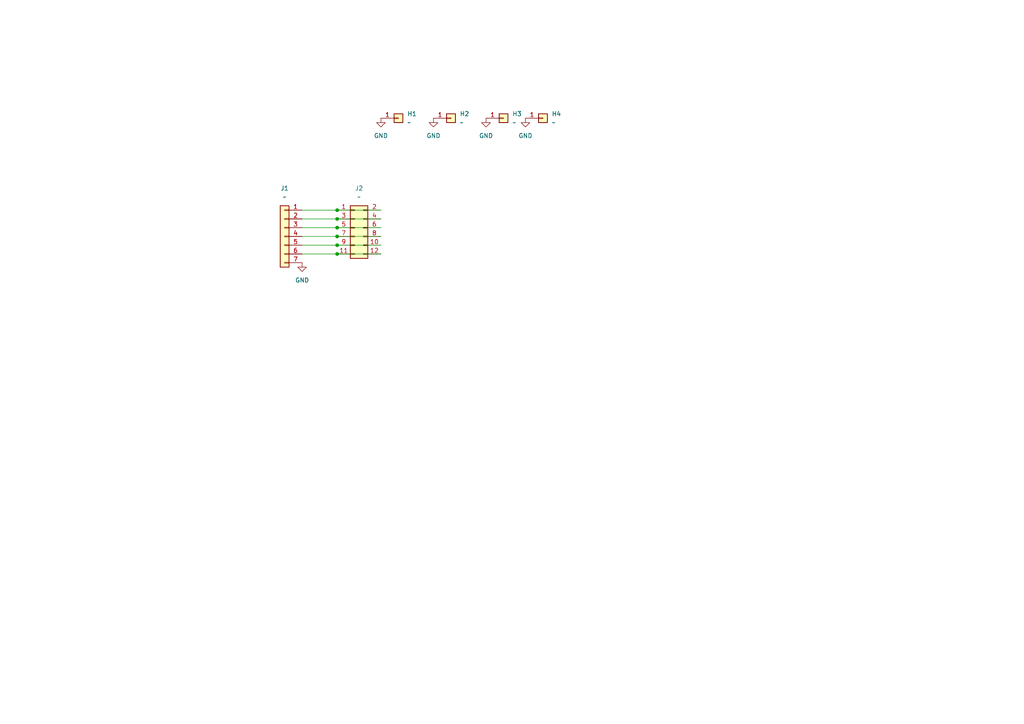
<source format=kicad_sch>
(kicad_sch (version 20211123) (generator eeschema)
  (paper "A4")
  (lib_symbols
    (symbol "Connector_Generic:Conn_01x01" (pin_names (offset 1.016) hide)
      (property "Reference" "J" (at 0 2.54 0))
      (property "Value" "Conn_01x01" (at 0 -2.54 0))
      (symbol "Conn_01x01_1_1"
        (rectangle (start -1.27 0.127) (end 0 -0.127) (stroke (width 0.1524)))
        (rectangle (start -1.27 1.27) (end 1.27 -1.27) (stroke (width 0.254)) (fill (type background)))
        (pin passive line (at -5.08 0 0) (length 3.81) (name "Pin_1") (number "1"))
      )
    )
    (symbol "Connector_Generic:Conn_01x07" (pin_names (offset 1.016) hide)
      (property "Reference" "J" (at 0 10.16 0))
      (property "Value" "Conn_01x07" (at 0 -10.16 0))
      (symbol "Conn_01x07_1_1"
        (rectangle (start -1.27 -7.493) (end 0 -7.747) (stroke (width 0.1524)))
        (rectangle (start -1.27 -4.953) (end 0 -5.207) (stroke (width 0.1524)))
        (rectangle (start -1.27 -2.413) (end 0 -2.667) (stroke (width 0.1524)))
        (rectangle (start -1.27 0.127) (end 0 -0.127) (stroke (width 0.1524)))
        (rectangle (start -1.27 2.667) (end 0 2.413) (stroke (width 0.1524)))
        (rectangle (start -1.27 5.207) (end 0 4.953) (stroke (width 0.1524)))
        (rectangle (start -1.27 7.747) (end 0 7.493) (stroke (width 0.1524)))
        (rectangle (start -1.27 8.89) (end 1.27 -8.89) (stroke (width 0.254)) (fill (type background)))
        (pin passive line (at -5.08 7.62 0) (length 3.81) (name "Pin_1") (number "1"))
        (pin passive line (at -5.08 5.08 0) (length 3.81) (name "Pin_2") (number "2"))
        (pin passive line (at -5.08 2.54 0) (length 3.81) (name "Pin_3") (number "3"))
        (pin passive line (at -5.08 0 0) (length 3.81) (name "Pin_4") (number "4"))
        (pin passive line (at -5.08 -2.54 0) (length 3.81) (name "Pin_5") (number "5"))
        (pin passive line (at -5.08 -5.08 0) (length 3.81) (name "Pin_6") (number "6"))
        (pin passive line (at -5.08 -7.62 0) (length 3.81) (name "Pin_7") (number "7"))
      )
    )
    (symbol "Connector_Generic:Conn_02x06_Odd_Even" (pin_names (offset 1.016) hide)
      (property "Reference" "J" (at 1.27 7.62 0))
      (property "Value" "Conn_02x06_Odd_Even" (at 1.27 -10.16 0))
      (symbol "Conn_02x06_Odd_Even_1_1"
        (rectangle (start -1.27 -7.493) (end 0 -7.747) (stroke (width 0.1524)))
        (rectangle (start -1.27 -4.953) (end 0 -5.207) (stroke (width 0.1524)))
        (rectangle (start -1.27 -2.413) (end 0 -2.667) (stroke (width 0.1524)))
        (rectangle (start -1.27 0.127) (end 0 -0.127) (stroke (width 0.1524)))
        (rectangle (start -1.27 2.667) (end 0 2.413) (stroke (width 0.1524)))
        (rectangle (start -1.27 5.207) (end 0 4.953) (stroke (width 0.1524)))
        (rectangle (start -1.27 6.35) (end 3.81 -8.89) (stroke (width 0.254)) (fill (type background)))
        (rectangle (start 3.81 -7.493) (end 2.54 -7.747) (stroke (width 0.1524)))
        (rectangle (start 3.81 -4.953) (end 2.54 -5.207) (stroke (width 0.1524)))
        (rectangle (start 3.81 -2.413) (end 2.54 -2.667) (stroke (width 0.1524)))
        (rectangle (start 3.81 0.127) (end 2.54 -0.127) (stroke (width 0.1524)))
        (rectangle (start 3.81 2.667) (end 2.54 2.413) (stroke (width 0.1524)))
        (rectangle (start 3.81 5.207) (end 2.54 4.953) (stroke (width 0.1524)))
        (pin passive line (at -5.08 5.08 0) (length 3.81) (name "Pin_1") (number "1"))
        (pin passive line (at 7.62 -5.08 180) (length 3.81) (name "Pin_10") (number "10"))
        (pin passive line (at -5.08 -7.62 0) (length 3.81) (name "Pin_11") (number "11"))
        (pin passive line (at 7.62 -7.62 180) (length 3.81) (name "Pin_12") (number "12"))
        (pin passive line (at 7.62 5.08 180) (length 3.81) (name "Pin_2") (number "2"))
        (pin passive line (at -5.08 2.54 0) (length 3.81) (name "Pin_3") (number "3"))
        (pin passive line (at 7.62 2.54 180) (length 3.81) (name "Pin_4") (number "4"))
        (pin passive line (at -5.08 0 0) (length 3.81) (name "Pin_5") (number "5"))
        (pin passive line (at 7.62 0 180) (length 3.81) (name "Pin_6") (number "6"))
        (pin passive line (at -5.08 -2.54 0) (length 3.81) (name "Pin_7") (number "7"))
        (pin passive line (at 7.62 -2.54 180) (length 3.81) (name "Pin_8") (number "8"))
        (pin passive line (at -5.08 -5.08 0) (length 3.81) (name "Pin_9") (number "9"))
      )
    )
    (symbol "power:GND" (power) (pin_names (offset 0))
      (property "Value" "GND" (at 0 -3.81 0))
      (symbol "GND_0_1"
        (polyline (pts (xy 0 0) (xy 0 -1.27) (xy 1.27 -1.27) (xy 0 -2.54) (xy -1.27 -1.27) (xy 0 -1.27)))
      )
      (symbol "GND_1_1"
        (pin power_in line (at 0 0 270) (length 0) hide (name "GND") (number "1"))
      )
    )
  )
  (junction (at 97.79 66.04))
  (junction (at 97.79 68.58))
  (junction (at 97.79 73.66))
  (junction (at 97.79 71.12))
  (junction (at 97.79 63.5))
  (junction (at 97.79 60.96))
  (wire (pts (xy 87.63 71.12) (xy 97.79 71.12)))
  (wire (pts (xy 97.79 73.66) (xy 110.49 73.66)))
  (wire (pts (xy 97.79 60.96) (xy 110.49 60.96)))
  (wire (pts (xy 97.79 68.58) (xy 110.49 68.58)))
  (wire (pts (xy 87.63 66.04) (xy 97.79 66.04)))
  (wire (pts (xy 87.63 68.58) (xy 97.79 68.58)))
  (wire (pts (xy 97.79 63.5) (xy 110.49 63.5)))
  (wire (pts (xy 87.63 60.96) (xy 97.79 60.96)))
  (wire (pts (xy 97.79 71.12) (xy 110.49 71.12)))
  (wire (pts (xy 87.63 73.66) (xy 97.79 73.66)))
  (wire (pts (xy 97.79 66.04) (xy 110.49 66.04)))
  (wire (pts (xy 87.63 63.5) (xy 97.79 63.5)))
  (symbol (lib_id "power:GND") (at 110.49 34.29 0) (unit 1)
    (property "Reference" "#PWR02" (effects hide))
    (property "Value" "GND" (at 110.49 39.37 0))
  )
  (symbol (lib_id "Connector_Generic:Conn_01x01") (at 157.48 34.29 0) (unit 1)
    (property "Reference" "H4" (at 160.02 33.0199 0) (effects (justify left)))
    (property "Value" "~" (at 160.02 35.5599 0) (effects (justify left)))
    (property "Footprint" "MountingHole:MountingHole_3.2mm_M3_ISO14580_Pad" (effects hide))
  )
  (symbol (lib_id "power:GND") (at 140.97 34.29 0) (unit 1)
    (property "Reference" "#PWR04" (effects hide))
    (property "Value" "GND" (at 140.97 39.37 0))
  )
  (symbol (lib_id "Connector_Generic:Conn_02x06_Odd_Even") (at 102.87 66.04 0) (unit 1)
    (property "Reference" "J2" (at 104.14 54.61 0))
    (property "Value" "~" (at 104.14 57.15 0))
    (property "Footprint" "Connector_PinHeader_2.54mm:PinHeader_2x06_P2.54mm_Vertical" (effects hide))
    (property "LCSC" "C492423" (effects hide))
  )
  (symbol (lib_id "power:GND") (at 87.63 76.2 0) (unit 1)
    (property "Reference" "#PWR01" (effects hide))
    (property "Value" "GND" (at 87.63 81.28 0))
  )
  (symbol (lib_id "Connector_Generic:Conn_01x01") (at 130.81 34.29 0) (unit 1)
    (property "Reference" "H2" (at 133.35 33.0199 0) (effects (justify left)))
    (property "Value" "~" (at 133.35 35.5599 0) (effects (justify left)))
    (property "Footprint" "MountingHole:MountingHole_3.2mm_M3_ISO14580_Pad" (effects hide))
  )
  (symbol (lib_id "Connector_Generic:Conn_01x01") (at 115.57 34.29 0) (unit 1)
    (property "Reference" "H1" (at 118.11 33.0199 0) (effects (justify left)))
    (property "Value" "~" (at 118.11 35.5599 0) (effects (justify left)))
    (property "Footprint" "MountingHole:MountingHole_3.2mm_M3_ISO14580_Pad" (effects hide))
  )
  (symbol (lib_id "power:GND") (at 125.73 34.29 0) (unit 1)
    (property "Reference" "#PWR03" (effects hide))
    (property "Value" "GND" (at 125.73 39.37 0))
  )
  (symbol (lib_id "power:GND") (at 152.4 34.29 0) (unit 1)
    (property "Reference" "#PWR05" (effects hide))
    (property "Value" "GND" (at 152.4 39.37 0))
  )
  (symbol (lib_id "Connector_Generic:Conn_01x01") (at 146.05 34.29 0) (unit 1)
    (property "Reference" "H3" (at 148.59 33.0199 0) (effects (justify left)))
    (property "Value" "~" (at 148.59 35.5599 0) (effects (justify left)))
    (property "Footprint" "MountingHole:MountingHole_3.2mm_M3_ISO14580_Pad" (effects hide))
  )
  (symbol (lib_id "Connector_Generic:Conn_01x07") (at 82.55 68.58 0) (mirror y) (unit 1)
    (property "Reference" "J1" (at 82.55 54.61 0))
    (property "Value" "~" (at 82.55 57.15 0))
    (property "Footprint" "XCB-FPC-DS-06-0.5mm:XCB-FPC-DS-06-0.5mm" (effects hide))
    (property "LCSC" "C528032" (effects hide))
  )
)
</source>
